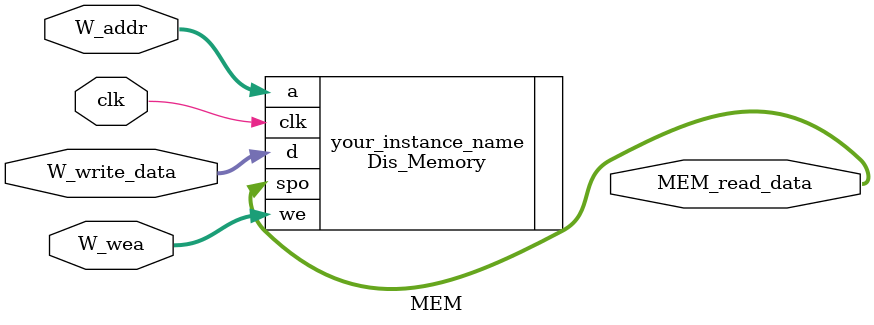
<source format=v>
`timescale 1ns / 1ps


module MEM(
        input wire clk,
        input wire [31:0] W_addr,
        input wire [31:0] W_write_data,
        input wire [3:0] W_wea,
        output wire [31:0] MEM_read_data
    );

    Dis_Memory your_instance_name (
        .a(W_addr),      // input wire [9 : 0] a
        .d(W_write_data),      // input wire [31 : 0] d
        .clk(clk),  // input wire clk
        .we(W_wea),    // input wire we
        .spo(MEM_read_data)  // output wire [31 : 0] spo
    );

    // Memory mem (
    //     .clka(clk),             // input wire clka
    //     .wea(W_wea),            // input wire [3 : 0] wea
    //     .addra(W_addr),         // input wire [31 : 0] addra
    //     .dina(W_write_data),    // input wire [31 : 0] dina
    //     .douta(MEM_read_data)     // output wire [31 : 0] douta
    // );

endmodule

</source>
